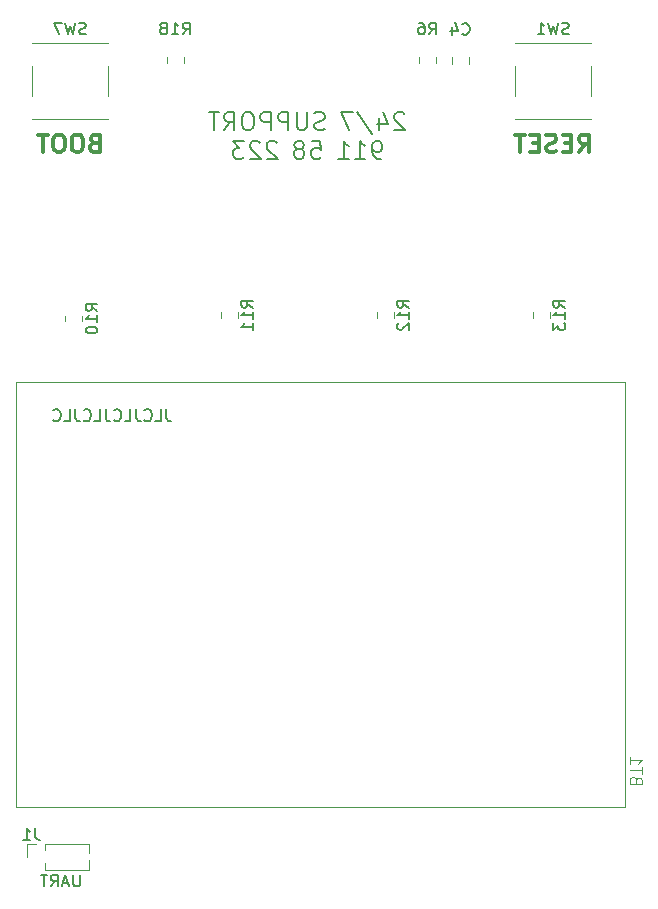
<source format=gbr>
%TF.GenerationSoftware,KiCad,Pcbnew,(7.0.0-0)*%
%TF.CreationDate,2023-11-13T22:50:32+01:00*%
%TF.ProjectId,ultimate-invitation-card,756c7469-6d61-4746-952d-696e76697461,rev?*%
%TF.SameCoordinates,Original*%
%TF.FileFunction,Legend,Bot*%
%TF.FilePolarity,Positive*%
%FSLAX46Y46*%
G04 Gerber Fmt 4.6, Leading zero omitted, Abs format (unit mm)*
G04 Created by KiCad (PCBNEW (7.0.0-0)) date 2023-11-13 22:50:32*
%MOMM*%
%LPD*%
G01*
G04 APERTURE LIST*
%ADD10C,0.300000*%
%ADD11C,0.150000*%
%ADD12C,0.100000*%
%ADD13C,0.120000*%
G04 APERTURE END LIST*
D10*
X113541714Y-67467857D02*
X113327428Y-67539285D01*
X113327428Y-67539285D02*
X113255999Y-67610714D01*
X113255999Y-67610714D02*
X113184571Y-67753571D01*
X113184571Y-67753571D02*
X113184571Y-67967857D01*
X113184571Y-67967857D02*
X113255999Y-68110714D01*
X113255999Y-68110714D02*
X113327428Y-68182142D01*
X113327428Y-68182142D02*
X113470285Y-68253571D01*
X113470285Y-68253571D02*
X114041714Y-68253571D01*
X114041714Y-68253571D02*
X114041714Y-66753571D01*
X114041714Y-66753571D02*
X113541714Y-66753571D01*
X113541714Y-66753571D02*
X113398857Y-66825000D01*
X113398857Y-66825000D02*
X113327428Y-66896428D01*
X113327428Y-66896428D02*
X113255999Y-67039285D01*
X113255999Y-67039285D02*
X113255999Y-67182142D01*
X113255999Y-67182142D02*
X113327428Y-67325000D01*
X113327428Y-67325000D02*
X113398857Y-67396428D01*
X113398857Y-67396428D02*
X113541714Y-67467857D01*
X113541714Y-67467857D02*
X114041714Y-67467857D01*
X112255999Y-66753571D02*
X111970285Y-66753571D01*
X111970285Y-66753571D02*
X111827428Y-66825000D01*
X111827428Y-66825000D02*
X111684571Y-66967857D01*
X111684571Y-66967857D02*
X111613142Y-67253571D01*
X111613142Y-67253571D02*
X111613142Y-67753571D01*
X111613142Y-67753571D02*
X111684571Y-68039285D01*
X111684571Y-68039285D02*
X111827428Y-68182142D01*
X111827428Y-68182142D02*
X111970285Y-68253571D01*
X111970285Y-68253571D02*
X112255999Y-68253571D01*
X112255999Y-68253571D02*
X112398857Y-68182142D01*
X112398857Y-68182142D02*
X112541714Y-68039285D01*
X112541714Y-68039285D02*
X112613142Y-67753571D01*
X112613142Y-67753571D02*
X112613142Y-67253571D01*
X112613142Y-67253571D02*
X112541714Y-66967857D01*
X112541714Y-66967857D02*
X112398857Y-66825000D01*
X112398857Y-66825000D02*
X112255999Y-66753571D01*
X110684570Y-66753571D02*
X110398856Y-66753571D01*
X110398856Y-66753571D02*
X110255999Y-66825000D01*
X110255999Y-66825000D02*
X110113142Y-66967857D01*
X110113142Y-66967857D02*
X110041713Y-67253571D01*
X110041713Y-67253571D02*
X110041713Y-67753571D01*
X110041713Y-67753571D02*
X110113142Y-68039285D01*
X110113142Y-68039285D02*
X110255999Y-68182142D01*
X110255999Y-68182142D02*
X110398856Y-68253571D01*
X110398856Y-68253571D02*
X110684570Y-68253571D01*
X110684570Y-68253571D02*
X110827428Y-68182142D01*
X110827428Y-68182142D02*
X110970285Y-68039285D01*
X110970285Y-68039285D02*
X111041713Y-67753571D01*
X111041713Y-67753571D02*
X111041713Y-67253571D01*
X111041713Y-67253571D02*
X110970285Y-66967857D01*
X110970285Y-66967857D02*
X110827428Y-66825000D01*
X110827428Y-66825000D02*
X110684570Y-66753571D01*
X109613141Y-66753571D02*
X108755999Y-66753571D01*
X109184570Y-68253571D02*
X109184570Y-66753571D01*
D11*
X139797399Y-65025228D02*
X139725971Y-64953800D01*
X139725971Y-64953800D02*
X139583114Y-64882371D01*
X139583114Y-64882371D02*
X139225971Y-64882371D01*
X139225971Y-64882371D02*
X139083114Y-64953800D01*
X139083114Y-64953800D02*
X139011685Y-65025228D01*
X139011685Y-65025228D02*
X138940256Y-65168085D01*
X138940256Y-65168085D02*
X138940256Y-65310942D01*
X138940256Y-65310942D02*
X139011685Y-65525228D01*
X139011685Y-65525228D02*
X139868828Y-66382371D01*
X139868828Y-66382371D02*
X138940256Y-66382371D01*
X137654543Y-65382371D02*
X137654543Y-66382371D01*
X138011685Y-64810942D02*
X138368828Y-65882371D01*
X138368828Y-65882371D02*
X137440257Y-65882371D01*
X135797400Y-64810942D02*
X137083114Y-66739514D01*
X135440257Y-64882371D02*
X134440257Y-64882371D01*
X134440257Y-64882371D02*
X135083114Y-66382371D01*
X133040257Y-66310942D02*
X132825972Y-66382371D01*
X132825972Y-66382371D02*
X132468829Y-66382371D01*
X132468829Y-66382371D02*
X132325972Y-66310942D01*
X132325972Y-66310942D02*
X132254543Y-66239514D01*
X132254543Y-66239514D02*
X132183114Y-66096657D01*
X132183114Y-66096657D02*
X132183114Y-65953800D01*
X132183114Y-65953800D02*
X132254543Y-65810942D01*
X132254543Y-65810942D02*
X132325972Y-65739514D01*
X132325972Y-65739514D02*
X132468829Y-65668085D01*
X132468829Y-65668085D02*
X132754543Y-65596657D01*
X132754543Y-65596657D02*
X132897400Y-65525228D01*
X132897400Y-65525228D02*
X132968829Y-65453800D01*
X132968829Y-65453800D02*
X133040257Y-65310942D01*
X133040257Y-65310942D02*
X133040257Y-65168085D01*
X133040257Y-65168085D02*
X132968829Y-65025228D01*
X132968829Y-65025228D02*
X132897400Y-64953800D01*
X132897400Y-64953800D02*
X132754543Y-64882371D01*
X132754543Y-64882371D02*
X132397400Y-64882371D01*
X132397400Y-64882371D02*
X132183114Y-64953800D01*
X131540258Y-64882371D02*
X131540258Y-66096657D01*
X131540258Y-66096657D02*
X131468829Y-66239514D01*
X131468829Y-66239514D02*
X131397401Y-66310942D01*
X131397401Y-66310942D02*
X131254543Y-66382371D01*
X131254543Y-66382371D02*
X130968829Y-66382371D01*
X130968829Y-66382371D02*
X130825972Y-66310942D01*
X130825972Y-66310942D02*
X130754543Y-66239514D01*
X130754543Y-66239514D02*
X130683115Y-66096657D01*
X130683115Y-66096657D02*
X130683115Y-64882371D01*
X129968829Y-66382371D02*
X129968829Y-64882371D01*
X129968829Y-64882371D02*
X129397400Y-64882371D01*
X129397400Y-64882371D02*
X129254543Y-64953800D01*
X129254543Y-64953800D02*
X129183114Y-65025228D01*
X129183114Y-65025228D02*
X129111686Y-65168085D01*
X129111686Y-65168085D02*
X129111686Y-65382371D01*
X129111686Y-65382371D02*
X129183114Y-65525228D01*
X129183114Y-65525228D02*
X129254543Y-65596657D01*
X129254543Y-65596657D02*
X129397400Y-65668085D01*
X129397400Y-65668085D02*
X129968829Y-65668085D01*
X128468829Y-66382371D02*
X128468829Y-64882371D01*
X128468829Y-64882371D02*
X127897400Y-64882371D01*
X127897400Y-64882371D02*
X127754543Y-64953800D01*
X127754543Y-64953800D02*
X127683114Y-65025228D01*
X127683114Y-65025228D02*
X127611686Y-65168085D01*
X127611686Y-65168085D02*
X127611686Y-65382371D01*
X127611686Y-65382371D02*
X127683114Y-65525228D01*
X127683114Y-65525228D02*
X127754543Y-65596657D01*
X127754543Y-65596657D02*
X127897400Y-65668085D01*
X127897400Y-65668085D02*
X128468829Y-65668085D01*
X126683114Y-64882371D02*
X126397400Y-64882371D01*
X126397400Y-64882371D02*
X126254543Y-64953800D01*
X126254543Y-64953800D02*
X126111686Y-65096657D01*
X126111686Y-65096657D02*
X126040257Y-65382371D01*
X126040257Y-65382371D02*
X126040257Y-65882371D01*
X126040257Y-65882371D02*
X126111686Y-66168085D01*
X126111686Y-66168085D02*
X126254543Y-66310942D01*
X126254543Y-66310942D02*
X126397400Y-66382371D01*
X126397400Y-66382371D02*
X126683114Y-66382371D01*
X126683114Y-66382371D02*
X126825972Y-66310942D01*
X126825972Y-66310942D02*
X126968829Y-66168085D01*
X126968829Y-66168085D02*
X127040257Y-65882371D01*
X127040257Y-65882371D02*
X127040257Y-65382371D01*
X127040257Y-65382371D02*
X126968829Y-65096657D01*
X126968829Y-65096657D02*
X126825972Y-64953800D01*
X126825972Y-64953800D02*
X126683114Y-64882371D01*
X124540257Y-66382371D02*
X125040257Y-65668085D01*
X125397400Y-66382371D02*
X125397400Y-64882371D01*
X125397400Y-64882371D02*
X124825971Y-64882371D01*
X124825971Y-64882371D02*
X124683114Y-64953800D01*
X124683114Y-64953800D02*
X124611685Y-65025228D01*
X124611685Y-65025228D02*
X124540257Y-65168085D01*
X124540257Y-65168085D02*
X124540257Y-65382371D01*
X124540257Y-65382371D02*
X124611685Y-65525228D01*
X124611685Y-65525228D02*
X124683114Y-65596657D01*
X124683114Y-65596657D02*
X124825971Y-65668085D01*
X124825971Y-65668085D02*
X125397400Y-65668085D01*
X124111685Y-64882371D02*
X123254543Y-64882371D01*
X123683114Y-66382371D02*
X123683114Y-64882371D01*
X137783112Y-68812371D02*
X137497398Y-68812371D01*
X137497398Y-68812371D02*
X137354541Y-68740942D01*
X137354541Y-68740942D02*
X137283112Y-68669514D01*
X137283112Y-68669514D02*
X137140255Y-68455228D01*
X137140255Y-68455228D02*
X137068826Y-68169514D01*
X137068826Y-68169514D02*
X137068826Y-67598085D01*
X137068826Y-67598085D02*
X137140255Y-67455228D01*
X137140255Y-67455228D02*
X137211684Y-67383800D01*
X137211684Y-67383800D02*
X137354541Y-67312371D01*
X137354541Y-67312371D02*
X137640255Y-67312371D01*
X137640255Y-67312371D02*
X137783112Y-67383800D01*
X137783112Y-67383800D02*
X137854541Y-67455228D01*
X137854541Y-67455228D02*
X137925969Y-67598085D01*
X137925969Y-67598085D02*
X137925969Y-67955228D01*
X137925969Y-67955228D02*
X137854541Y-68098085D01*
X137854541Y-68098085D02*
X137783112Y-68169514D01*
X137783112Y-68169514D02*
X137640255Y-68240942D01*
X137640255Y-68240942D02*
X137354541Y-68240942D01*
X137354541Y-68240942D02*
X137211684Y-68169514D01*
X137211684Y-68169514D02*
X137140255Y-68098085D01*
X137140255Y-68098085D02*
X137068826Y-67955228D01*
X135640255Y-68812371D02*
X136497398Y-68812371D01*
X136068827Y-68812371D02*
X136068827Y-67312371D01*
X136068827Y-67312371D02*
X136211684Y-67526657D01*
X136211684Y-67526657D02*
X136354541Y-67669514D01*
X136354541Y-67669514D02*
X136497398Y-67740942D01*
X134211684Y-68812371D02*
X135068827Y-68812371D01*
X134640256Y-68812371D02*
X134640256Y-67312371D01*
X134640256Y-67312371D02*
X134783113Y-67526657D01*
X134783113Y-67526657D02*
X134925970Y-67669514D01*
X134925970Y-67669514D02*
X135068827Y-67740942D01*
X131954542Y-67312371D02*
X132668828Y-67312371D01*
X132668828Y-67312371D02*
X132740256Y-68026657D01*
X132740256Y-68026657D02*
X132668828Y-67955228D01*
X132668828Y-67955228D02*
X132525971Y-67883800D01*
X132525971Y-67883800D02*
X132168828Y-67883800D01*
X132168828Y-67883800D02*
X132025971Y-67955228D01*
X132025971Y-67955228D02*
X131954542Y-68026657D01*
X131954542Y-68026657D02*
X131883113Y-68169514D01*
X131883113Y-68169514D02*
X131883113Y-68526657D01*
X131883113Y-68526657D02*
X131954542Y-68669514D01*
X131954542Y-68669514D02*
X132025971Y-68740942D01*
X132025971Y-68740942D02*
X132168828Y-68812371D01*
X132168828Y-68812371D02*
X132525971Y-68812371D01*
X132525971Y-68812371D02*
X132668828Y-68740942D01*
X132668828Y-68740942D02*
X132740256Y-68669514D01*
X131025971Y-67955228D02*
X131168828Y-67883800D01*
X131168828Y-67883800D02*
X131240257Y-67812371D01*
X131240257Y-67812371D02*
X131311685Y-67669514D01*
X131311685Y-67669514D02*
X131311685Y-67598085D01*
X131311685Y-67598085D02*
X131240257Y-67455228D01*
X131240257Y-67455228D02*
X131168828Y-67383800D01*
X131168828Y-67383800D02*
X131025971Y-67312371D01*
X131025971Y-67312371D02*
X130740257Y-67312371D01*
X130740257Y-67312371D02*
X130597400Y-67383800D01*
X130597400Y-67383800D02*
X130525971Y-67455228D01*
X130525971Y-67455228D02*
X130454542Y-67598085D01*
X130454542Y-67598085D02*
X130454542Y-67669514D01*
X130454542Y-67669514D02*
X130525971Y-67812371D01*
X130525971Y-67812371D02*
X130597400Y-67883800D01*
X130597400Y-67883800D02*
X130740257Y-67955228D01*
X130740257Y-67955228D02*
X131025971Y-67955228D01*
X131025971Y-67955228D02*
X131168828Y-68026657D01*
X131168828Y-68026657D02*
X131240257Y-68098085D01*
X131240257Y-68098085D02*
X131311685Y-68240942D01*
X131311685Y-68240942D02*
X131311685Y-68526657D01*
X131311685Y-68526657D02*
X131240257Y-68669514D01*
X131240257Y-68669514D02*
X131168828Y-68740942D01*
X131168828Y-68740942D02*
X131025971Y-68812371D01*
X131025971Y-68812371D02*
X130740257Y-68812371D01*
X130740257Y-68812371D02*
X130597400Y-68740942D01*
X130597400Y-68740942D02*
X130525971Y-68669514D01*
X130525971Y-68669514D02*
X130454542Y-68526657D01*
X130454542Y-68526657D02*
X130454542Y-68240942D01*
X130454542Y-68240942D02*
X130525971Y-68098085D01*
X130525971Y-68098085D02*
X130597400Y-68026657D01*
X130597400Y-68026657D02*
X130740257Y-67955228D01*
X128983114Y-67455228D02*
X128911686Y-67383800D01*
X128911686Y-67383800D02*
X128768829Y-67312371D01*
X128768829Y-67312371D02*
X128411686Y-67312371D01*
X128411686Y-67312371D02*
X128268829Y-67383800D01*
X128268829Y-67383800D02*
X128197400Y-67455228D01*
X128197400Y-67455228D02*
X128125971Y-67598085D01*
X128125971Y-67598085D02*
X128125971Y-67740942D01*
X128125971Y-67740942D02*
X128197400Y-67955228D01*
X128197400Y-67955228D02*
X129054543Y-68812371D01*
X129054543Y-68812371D02*
X128125971Y-68812371D01*
X127554543Y-67455228D02*
X127483115Y-67383800D01*
X127483115Y-67383800D02*
X127340258Y-67312371D01*
X127340258Y-67312371D02*
X126983115Y-67312371D01*
X126983115Y-67312371D02*
X126840258Y-67383800D01*
X126840258Y-67383800D02*
X126768829Y-67455228D01*
X126768829Y-67455228D02*
X126697400Y-67598085D01*
X126697400Y-67598085D02*
X126697400Y-67740942D01*
X126697400Y-67740942D02*
X126768829Y-67955228D01*
X126768829Y-67955228D02*
X127625972Y-68812371D01*
X127625972Y-68812371D02*
X126697400Y-68812371D01*
X126197401Y-67312371D02*
X125268829Y-67312371D01*
X125268829Y-67312371D02*
X125768829Y-67883800D01*
X125768829Y-67883800D02*
X125554544Y-67883800D01*
X125554544Y-67883800D02*
X125411687Y-67955228D01*
X125411687Y-67955228D02*
X125340258Y-68026657D01*
X125340258Y-68026657D02*
X125268829Y-68169514D01*
X125268829Y-68169514D02*
X125268829Y-68526657D01*
X125268829Y-68526657D02*
X125340258Y-68669514D01*
X125340258Y-68669514D02*
X125411687Y-68740942D01*
X125411687Y-68740942D02*
X125554544Y-68812371D01*
X125554544Y-68812371D02*
X125983115Y-68812371D01*
X125983115Y-68812371D02*
X126125972Y-68740942D01*
X126125972Y-68740942D02*
X126197401Y-68669514D01*
X119643590Y-90019180D02*
X119643590Y-90733466D01*
X119643590Y-90733466D02*
X119691209Y-90876323D01*
X119691209Y-90876323D02*
X119786447Y-90971561D01*
X119786447Y-90971561D02*
X119929304Y-91019180D01*
X119929304Y-91019180D02*
X120024542Y-91019180D01*
X118691209Y-91019180D02*
X119167399Y-91019180D01*
X119167399Y-91019180D02*
X119167399Y-90019180D01*
X117786447Y-90923942D02*
X117834066Y-90971561D01*
X117834066Y-90971561D02*
X117976923Y-91019180D01*
X117976923Y-91019180D02*
X118072161Y-91019180D01*
X118072161Y-91019180D02*
X118215018Y-90971561D01*
X118215018Y-90971561D02*
X118310256Y-90876323D01*
X118310256Y-90876323D02*
X118357875Y-90781085D01*
X118357875Y-90781085D02*
X118405494Y-90590609D01*
X118405494Y-90590609D02*
X118405494Y-90447752D01*
X118405494Y-90447752D02*
X118357875Y-90257276D01*
X118357875Y-90257276D02*
X118310256Y-90162038D01*
X118310256Y-90162038D02*
X118215018Y-90066800D01*
X118215018Y-90066800D02*
X118072161Y-90019180D01*
X118072161Y-90019180D02*
X117976923Y-90019180D01*
X117976923Y-90019180D02*
X117834066Y-90066800D01*
X117834066Y-90066800D02*
X117786447Y-90114419D01*
X117072161Y-90019180D02*
X117072161Y-90733466D01*
X117072161Y-90733466D02*
X117119780Y-90876323D01*
X117119780Y-90876323D02*
X117215018Y-90971561D01*
X117215018Y-90971561D02*
X117357875Y-91019180D01*
X117357875Y-91019180D02*
X117453113Y-91019180D01*
X116119780Y-91019180D02*
X116595970Y-91019180D01*
X116595970Y-91019180D02*
X116595970Y-90019180D01*
X115215018Y-90923942D02*
X115262637Y-90971561D01*
X115262637Y-90971561D02*
X115405494Y-91019180D01*
X115405494Y-91019180D02*
X115500732Y-91019180D01*
X115500732Y-91019180D02*
X115643589Y-90971561D01*
X115643589Y-90971561D02*
X115738827Y-90876323D01*
X115738827Y-90876323D02*
X115786446Y-90781085D01*
X115786446Y-90781085D02*
X115834065Y-90590609D01*
X115834065Y-90590609D02*
X115834065Y-90447752D01*
X115834065Y-90447752D02*
X115786446Y-90257276D01*
X115786446Y-90257276D02*
X115738827Y-90162038D01*
X115738827Y-90162038D02*
X115643589Y-90066800D01*
X115643589Y-90066800D02*
X115500732Y-90019180D01*
X115500732Y-90019180D02*
X115405494Y-90019180D01*
X115405494Y-90019180D02*
X115262637Y-90066800D01*
X115262637Y-90066800D02*
X115215018Y-90114419D01*
X114500732Y-90019180D02*
X114500732Y-90733466D01*
X114500732Y-90733466D02*
X114548351Y-90876323D01*
X114548351Y-90876323D02*
X114643589Y-90971561D01*
X114643589Y-90971561D02*
X114786446Y-91019180D01*
X114786446Y-91019180D02*
X114881684Y-91019180D01*
X113548351Y-91019180D02*
X114024541Y-91019180D01*
X114024541Y-91019180D02*
X114024541Y-90019180D01*
X112643589Y-90923942D02*
X112691208Y-90971561D01*
X112691208Y-90971561D02*
X112834065Y-91019180D01*
X112834065Y-91019180D02*
X112929303Y-91019180D01*
X112929303Y-91019180D02*
X113072160Y-90971561D01*
X113072160Y-90971561D02*
X113167398Y-90876323D01*
X113167398Y-90876323D02*
X113215017Y-90781085D01*
X113215017Y-90781085D02*
X113262636Y-90590609D01*
X113262636Y-90590609D02*
X113262636Y-90447752D01*
X113262636Y-90447752D02*
X113215017Y-90257276D01*
X113215017Y-90257276D02*
X113167398Y-90162038D01*
X113167398Y-90162038D02*
X113072160Y-90066800D01*
X113072160Y-90066800D02*
X112929303Y-90019180D01*
X112929303Y-90019180D02*
X112834065Y-90019180D01*
X112834065Y-90019180D02*
X112691208Y-90066800D01*
X112691208Y-90066800D02*
X112643589Y-90114419D01*
X111929303Y-90019180D02*
X111929303Y-90733466D01*
X111929303Y-90733466D02*
X111976922Y-90876323D01*
X111976922Y-90876323D02*
X112072160Y-90971561D01*
X112072160Y-90971561D02*
X112215017Y-91019180D01*
X112215017Y-91019180D02*
X112310255Y-91019180D01*
X110976922Y-91019180D02*
X111453112Y-91019180D01*
X111453112Y-91019180D02*
X111453112Y-90019180D01*
X110072160Y-90923942D02*
X110119779Y-90971561D01*
X110119779Y-90971561D02*
X110262636Y-91019180D01*
X110262636Y-91019180D02*
X110357874Y-91019180D01*
X110357874Y-91019180D02*
X110500731Y-90971561D01*
X110500731Y-90971561D02*
X110595969Y-90876323D01*
X110595969Y-90876323D02*
X110643588Y-90781085D01*
X110643588Y-90781085D02*
X110691207Y-90590609D01*
X110691207Y-90590609D02*
X110691207Y-90447752D01*
X110691207Y-90447752D02*
X110643588Y-90257276D01*
X110643588Y-90257276D02*
X110595969Y-90162038D01*
X110595969Y-90162038D02*
X110500731Y-90066800D01*
X110500731Y-90066800D02*
X110357874Y-90019180D01*
X110357874Y-90019180D02*
X110262636Y-90019180D01*
X110262636Y-90019180D02*
X110119779Y-90066800D01*
X110119779Y-90066800D02*
X110072160Y-90114419D01*
D10*
X154578571Y-68253571D02*
X155078571Y-67539285D01*
X155435714Y-68253571D02*
X155435714Y-66753571D01*
X155435714Y-66753571D02*
X154864285Y-66753571D01*
X154864285Y-66753571D02*
X154721428Y-66825000D01*
X154721428Y-66825000D02*
X154649999Y-66896428D01*
X154649999Y-66896428D02*
X154578571Y-67039285D01*
X154578571Y-67039285D02*
X154578571Y-67253571D01*
X154578571Y-67253571D02*
X154649999Y-67396428D01*
X154649999Y-67396428D02*
X154721428Y-67467857D01*
X154721428Y-67467857D02*
X154864285Y-67539285D01*
X154864285Y-67539285D02*
X155435714Y-67539285D01*
X153935714Y-67467857D02*
X153435714Y-67467857D01*
X153221428Y-68253571D02*
X153935714Y-68253571D01*
X153935714Y-68253571D02*
X153935714Y-66753571D01*
X153935714Y-66753571D02*
X153221428Y-66753571D01*
X152649999Y-68182142D02*
X152435714Y-68253571D01*
X152435714Y-68253571D02*
X152078571Y-68253571D01*
X152078571Y-68253571D02*
X151935714Y-68182142D01*
X151935714Y-68182142D02*
X151864285Y-68110714D01*
X151864285Y-68110714D02*
X151792856Y-67967857D01*
X151792856Y-67967857D02*
X151792856Y-67825000D01*
X151792856Y-67825000D02*
X151864285Y-67682142D01*
X151864285Y-67682142D02*
X151935714Y-67610714D01*
X151935714Y-67610714D02*
X152078571Y-67539285D01*
X152078571Y-67539285D02*
X152364285Y-67467857D01*
X152364285Y-67467857D02*
X152507142Y-67396428D01*
X152507142Y-67396428D02*
X152578571Y-67325000D01*
X152578571Y-67325000D02*
X152649999Y-67182142D01*
X152649999Y-67182142D02*
X152649999Y-67039285D01*
X152649999Y-67039285D02*
X152578571Y-66896428D01*
X152578571Y-66896428D02*
X152507142Y-66825000D01*
X152507142Y-66825000D02*
X152364285Y-66753571D01*
X152364285Y-66753571D02*
X152007142Y-66753571D01*
X152007142Y-66753571D02*
X151792856Y-66825000D01*
X151150000Y-67467857D02*
X150650000Y-67467857D01*
X150435714Y-68253571D02*
X151150000Y-68253571D01*
X151150000Y-68253571D02*
X151150000Y-66753571D01*
X151150000Y-66753571D02*
X150435714Y-66753571D01*
X150007142Y-66753571D02*
X149150000Y-66753571D01*
X149578571Y-68253571D02*
X149578571Y-66753571D01*
D11*
%TO.C,SW2*%
X112339237Y-129415380D02*
X112339237Y-130224904D01*
X112339237Y-130224904D02*
X112291618Y-130320142D01*
X112291618Y-130320142D02*
X112243999Y-130367761D01*
X112243999Y-130367761D02*
X112148761Y-130415380D01*
X112148761Y-130415380D02*
X111958285Y-130415380D01*
X111958285Y-130415380D02*
X111863047Y-130367761D01*
X111863047Y-130367761D02*
X111815428Y-130320142D01*
X111815428Y-130320142D02*
X111767809Y-130224904D01*
X111767809Y-130224904D02*
X111767809Y-129415380D01*
X111339237Y-130129666D02*
X110863047Y-130129666D01*
X111434475Y-130415380D02*
X111101142Y-129415380D01*
X111101142Y-129415380D02*
X110767809Y-130415380D01*
X109863047Y-130415380D02*
X110196380Y-129939190D01*
X110434475Y-130415380D02*
X110434475Y-129415380D01*
X110434475Y-129415380D02*
X110053523Y-129415380D01*
X110053523Y-129415380D02*
X109958285Y-129463000D01*
X109958285Y-129463000D02*
X109910666Y-129510619D01*
X109910666Y-129510619D02*
X109863047Y-129605857D01*
X109863047Y-129605857D02*
X109863047Y-129748714D01*
X109863047Y-129748714D02*
X109910666Y-129843952D01*
X109910666Y-129843952D02*
X109958285Y-129891571D01*
X109958285Y-129891571D02*
X110053523Y-129939190D01*
X110053523Y-129939190D02*
X110434475Y-129939190D01*
X109577332Y-129415380D02*
X109005904Y-129415380D01*
X109291618Y-130415380D02*
X109291618Y-129415380D01*
%TO.C,J1*%
X108537333Y-125478380D02*
X108537333Y-126192666D01*
X108537333Y-126192666D02*
X108584952Y-126335523D01*
X108584952Y-126335523D02*
X108680190Y-126430761D01*
X108680190Y-126430761D02*
X108823047Y-126478380D01*
X108823047Y-126478380D02*
X108918285Y-126478380D01*
X107537333Y-126478380D02*
X108108761Y-126478380D01*
X107823047Y-126478380D02*
X107823047Y-125478380D01*
X107823047Y-125478380D02*
X107918285Y-125621238D01*
X107918285Y-125621238D02*
X108013523Y-125716476D01*
X108013523Y-125716476D02*
X108108761Y-125764095D01*
%TO.C,R11*%
X126985380Y-81399142D02*
X126509190Y-81065809D01*
X126985380Y-80827714D02*
X125985380Y-80827714D01*
X125985380Y-80827714D02*
X125985380Y-81208666D01*
X125985380Y-81208666D02*
X126033000Y-81303904D01*
X126033000Y-81303904D02*
X126080619Y-81351523D01*
X126080619Y-81351523D02*
X126175857Y-81399142D01*
X126175857Y-81399142D02*
X126318714Y-81399142D01*
X126318714Y-81399142D02*
X126413952Y-81351523D01*
X126413952Y-81351523D02*
X126461571Y-81303904D01*
X126461571Y-81303904D02*
X126509190Y-81208666D01*
X126509190Y-81208666D02*
X126509190Y-80827714D01*
X126985380Y-82351523D02*
X126985380Y-81780095D01*
X126985380Y-82065809D02*
X125985380Y-82065809D01*
X125985380Y-82065809D02*
X126128238Y-81970571D01*
X126128238Y-81970571D02*
X126223476Y-81875333D01*
X126223476Y-81875333D02*
X126271095Y-81780095D01*
X126985380Y-83303904D02*
X126985380Y-82732476D01*
X126985380Y-83018190D02*
X125985380Y-83018190D01*
X125985380Y-83018190D02*
X126128238Y-82922952D01*
X126128238Y-82922952D02*
X126223476Y-82827714D01*
X126223476Y-82827714D02*
X126271095Y-82732476D01*
%TO.C,SW7*%
X112839332Y-58231761D02*
X112696475Y-58279380D01*
X112696475Y-58279380D02*
X112458380Y-58279380D01*
X112458380Y-58279380D02*
X112363142Y-58231761D01*
X112363142Y-58231761D02*
X112315523Y-58184142D01*
X112315523Y-58184142D02*
X112267904Y-58088904D01*
X112267904Y-58088904D02*
X112267904Y-57993666D01*
X112267904Y-57993666D02*
X112315523Y-57898428D01*
X112315523Y-57898428D02*
X112363142Y-57850809D01*
X112363142Y-57850809D02*
X112458380Y-57803190D01*
X112458380Y-57803190D02*
X112648856Y-57755571D01*
X112648856Y-57755571D02*
X112744094Y-57707952D01*
X112744094Y-57707952D02*
X112791713Y-57660333D01*
X112791713Y-57660333D02*
X112839332Y-57565095D01*
X112839332Y-57565095D02*
X112839332Y-57469857D01*
X112839332Y-57469857D02*
X112791713Y-57374619D01*
X112791713Y-57374619D02*
X112744094Y-57327000D01*
X112744094Y-57327000D02*
X112648856Y-57279380D01*
X112648856Y-57279380D02*
X112410761Y-57279380D01*
X112410761Y-57279380D02*
X112267904Y-57327000D01*
X111934570Y-57279380D02*
X111696475Y-58279380D01*
X111696475Y-58279380D02*
X111505999Y-57565095D01*
X111505999Y-57565095D02*
X111315523Y-58279380D01*
X111315523Y-58279380D02*
X111077428Y-57279380D01*
X110791713Y-57279380D02*
X110125047Y-57279380D01*
X110125047Y-57279380D02*
X110553618Y-58279380D01*
%TO.C,R6*%
X141898666Y-58279380D02*
X142231999Y-57803190D01*
X142470094Y-58279380D02*
X142470094Y-57279380D01*
X142470094Y-57279380D02*
X142089142Y-57279380D01*
X142089142Y-57279380D02*
X141993904Y-57327000D01*
X141993904Y-57327000D02*
X141946285Y-57374619D01*
X141946285Y-57374619D02*
X141898666Y-57469857D01*
X141898666Y-57469857D02*
X141898666Y-57612714D01*
X141898666Y-57612714D02*
X141946285Y-57707952D01*
X141946285Y-57707952D02*
X141993904Y-57755571D01*
X141993904Y-57755571D02*
X142089142Y-57803190D01*
X142089142Y-57803190D02*
X142470094Y-57803190D01*
X141041523Y-57279380D02*
X141231999Y-57279380D01*
X141231999Y-57279380D02*
X141327237Y-57327000D01*
X141327237Y-57327000D02*
X141374856Y-57374619D01*
X141374856Y-57374619D02*
X141470094Y-57517476D01*
X141470094Y-57517476D02*
X141517713Y-57707952D01*
X141517713Y-57707952D02*
X141517713Y-58088904D01*
X141517713Y-58088904D02*
X141470094Y-58184142D01*
X141470094Y-58184142D02*
X141422475Y-58231761D01*
X141422475Y-58231761D02*
X141327237Y-58279380D01*
X141327237Y-58279380D02*
X141136761Y-58279380D01*
X141136761Y-58279380D02*
X141041523Y-58231761D01*
X141041523Y-58231761D02*
X140993904Y-58184142D01*
X140993904Y-58184142D02*
X140946285Y-58088904D01*
X140946285Y-58088904D02*
X140946285Y-57850809D01*
X140946285Y-57850809D02*
X140993904Y-57755571D01*
X140993904Y-57755571D02*
X141041523Y-57707952D01*
X141041523Y-57707952D02*
X141136761Y-57660333D01*
X141136761Y-57660333D02*
X141327237Y-57660333D01*
X141327237Y-57660333D02*
X141422475Y-57707952D01*
X141422475Y-57707952D02*
X141470094Y-57755571D01*
X141470094Y-57755571D02*
X141517713Y-57850809D01*
%TO.C,R10*%
X113799380Y-81689142D02*
X113323190Y-81355809D01*
X113799380Y-81117714D02*
X112799380Y-81117714D01*
X112799380Y-81117714D02*
X112799380Y-81498666D01*
X112799380Y-81498666D02*
X112847000Y-81593904D01*
X112847000Y-81593904D02*
X112894619Y-81641523D01*
X112894619Y-81641523D02*
X112989857Y-81689142D01*
X112989857Y-81689142D02*
X113132714Y-81689142D01*
X113132714Y-81689142D02*
X113227952Y-81641523D01*
X113227952Y-81641523D02*
X113275571Y-81593904D01*
X113275571Y-81593904D02*
X113323190Y-81498666D01*
X113323190Y-81498666D02*
X113323190Y-81117714D01*
X113799380Y-82641523D02*
X113799380Y-82070095D01*
X113799380Y-82355809D02*
X112799380Y-82355809D01*
X112799380Y-82355809D02*
X112942238Y-82260571D01*
X112942238Y-82260571D02*
X113037476Y-82165333D01*
X113037476Y-82165333D02*
X113085095Y-82070095D01*
X112799380Y-83260571D02*
X112799380Y-83355809D01*
X112799380Y-83355809D02*
X112847000Y-83451047D01*
X112847000Y-83451047D02*
X112894619Y-83498666D01*
X112894619Y-83498666D02*
X112989857Y-83546285D01*
X112989857Y-83546285D02*
X113180333Y-83593904D01*
X113180333Y-83593904D02*
X113418428Y-83593904D01*
X113418428Y-83593904D02*
X113608904Y-83546285D01*
X113608904Y-83546285D02*
X113704142Y-83498666D01*
X113704142Y-83498666D02*
X113751761Y-83451047D01*
X113751761Y-83451047D02*
X113799380Y-83355809D01*
X113799380Y-83355809D02*
X113799380Y-83260571D01*
X113799380Y-83260571D02*
X113751761Y-83165333D01*
X113751761Y-83165333D02*
X113704142Y-83117714D01*
X113704142Y-83117714D02*
X113608904Y-83070095D01*
X113608904Y-83070095D02*
X113418428Y-83022476D01*
X113418428Y-83022476D02*
X113180333Y-83022476D01*
X113180333Y-83022476D02*
X112989857Y-83070095D01*
X112989857Y-83070095D02*
X112894619Y-83117714D01*
X112894619Y-83117714D02*
X112847000Y-83165333D01*
X112847000Y-83165333D02*
X112799380Y-83260571D01*
%TO.C,R13*%
X153401380Y-81399142D02*
X152925190Y-81065809D01*
X153401380Y-80827714D02*
X152401380Y-80827714D01*
X152401380Y-80827714D02*
X152401380Y-81208666D01*
X152401380Y-81208666D02*
X152449000Y-81303904D01*
X152449000Y-81303904D02*
X152496619Y-81351523D01*
X152496619Y-81351523D02*
X152591857Y-81399142D01*
X152591857Y-81399142D02*
X152734714Y-81399142D01*
X152734714Y-81399142D02*
X152829952Y-81351523D01*
X152829952Y-81351523D02*
X152877571Y-81303904D01*
X152877571Y-81303904D02*
X152925190Y-81208666D01*
X152925190Y-81208666D02*
X152925190Y-80827714D01*
X153401380Y-82351523D02*
X153401380Y-81780095D01*
X153401380Y-82065809D02*
X152401380Y-82065809D01*
X152401380Y-82065809D02*
X152544238Y-81970571D01*
X152544238Y-81970571D02*
X152639476Y-81875333D01*
X152639476Y-81875333D02*
X152687095Y-81780095D01*
X152401380Y-82684857D02*
X152401380Y-83303904D01*
X152401380Y-83303904D02*
X152782333Y-82970571D01*
X152782333Y-82970571D02*
X152782333Y-83113428D01*
X152782333Y-83113428D02*
X152829952Y-83208666D01*
X152829952Y-83208666D02*
X152877571Y-83256285D01*
X152877571Y-83256285D02*
X152972809Y-83303904D01*
X152972809Y-83303904D02*
X153210904Y-83303904D01*
X153210904Y-83303904D02*
X153306142Y-83256285D01*
X153306142Y-83256285D02*
X153353761Y-83208666D01*
X153353761Y-83208666D02*
X153401380Y-83113428D01*
X153401380Y-83113428D02*
X153401380Y-82827714D01*
X153401380Y-82827714D02*
X153353761Y-82732476D01*
X153353761Y-82732476D02*
X153306142Y-82684857D01*
%TO.C,SW1*%
X153733332Y-58231761D02*
X153590475Y-58279380D01*
X153590475Y-58279380D02*
X153352380Y-58279380D01*
X153352380Y-58279380D02*
X153257142Y-58231761D01*
X153257142Y-58231761D02*
X153209523Y-58184142D01*
X153209523Y-58184142D02*
X153161904Y-58088904D01*
X153161904Y-58088904D02*
X153161904Y-57993666D01*
X153161904Y-57993666D02*
X153209523Y-57898428D01*
X153209523Y-57898428D02*
X153257142Y-57850809D01*
X153257142Y-57850809D02*
X153352380Y-57803190D01*
X153352380Y-57803190D02*
X153542856Y-57755571D01*
X153542856Y-57755571D02*
X153638094Y-57707952D01*
X153638094Y-57707952D02*
X153685713Y-57660333D01*
X153685713Y-57660333D02*
X153733332Y-57565095D01*
X153733332Y-57565095D02*
X153733332Y-57469857D01*
X153733332Y-57469857D02*
X153685713Y-57374619D01*
X153685713Y-57374619D02*
X153638094Y-57327000D01*
X153638094Y-57327000D02*
X153542856Y-57279380D01*
X153542856Y-57279380D02*
X153304761Y-57279380D01*
X153304761Y-57279380D02*
X153161904Y-57327000D01*
X152828570Y-57279380D02*
X152590475Y-58279380D01*
X152590475Y-58279380D02*
X152399999Y-57565095D01*
X152399999Y-57565095D02*
X152209523Y-58279380D01*
X152209523Y-58279380D02*
X151971428Y-57279380D01*
X151066666Y-58279380D02*
X151638094Y-58279380D01*
X151352380Y-58279380D02*
X151352380Y-57279380D01*
X151352380Y-57279380D02*
X151447618Y-57422238D01*
X151447618Y-57422238D02*
X151542856Y-57517476D01*
X151542856Y-57517476D02*
X151638094Y-57565095D01*
%TO.C,R18*%
X121038857Y-58279380D02*
X121372190Y-57803190D01*
X121610285Y-58279380D02*
X121610285Y-57279380D01*
X121610285Y-57279380D02*
X121229333Y-57279380D01*
X121229333Y-57279380D02*
X121134095Y-57327000D01*
X121134095Y-57327000D02*
X121086476Y-57374619D01*
X121086476Y-57374619D02*
X121038857Y-57469857D01*
X121038857Y-57469857D02*
X121038857Y-57612714D01*
X121038857Y-57612714D02*
X121086476Y-57707952D01*
X121086476Y-57707952D02*
X121134095Y-57755571D01*
X121134095Y-57755571D02*
X121229333Y-57803190D01*
X121229333Y-57803190D02*
X121610285Y-57803190D01*
X120086476Y-58279380D02*
X120657904Y-58279380D01*
X120372190Y-58279380D02*
X120372190Y-57279380D01*
X120372190Y-57279380D02*
X120467428Y-57422238D01*
X120467428Y-57422238D02*
X120562666Y-57517476D01*
X120562666Y-57517476D02*
X120657904Y-57565095D01*
X119515047Y-57707952D02*
X119610285Y-57660333D01*
X119610285Y-57660333D02*
X119657904Y-57612714D01*
X119657904Y-57612714D02*
X119705523Y-57517476D01*
X119705523Y-57517476D02*
X119705523Y-57469857D01*
X119705523Y-57469857D02*
X119657904Y-57374619D01*
X119657904Y-57374619D02*
X119610285Y-57327000D01*
X119610285Y-57327000D02*
X119515047Y-57279380D01*
X119515047Y-57279380D02*
X119324571Y-57279380D01*
X119324571Y-57279380D02*
X119229333Y-57327000D01*
X119229333Y-57327000D02*
X119181714Y-57374619D01*
X119181714Y-57374619D02*
X119134095Y-57469857D01*
X119134095Y-57469857D02*
X119134095Y-57517476D01*
X119134095Y-57517476D02*
X119181714Y-57612714D01*
X119181714Y-57612714D02*
X119229333Y-57660333D01*
X119229333Y-57660333D02*
X119324571Y-57707952D01*
X119324571Y-57707952D02*
X119515047Y-57707952D01*
X119515047Y-57707952D02*
X119610285Y-57755571D01*
X119610285Y-57755571D02*
X119657904Y-57803190D01*
X119657904Y-57803190D02*
X119705523Y-57898428D01*
X119705523Y-57898428D02*
X119705523Y-58088904D01*
X119705523Y-58088904D02*
X119657904Y-58184142D01*
X119657904Y-58184142D02*
X119610285Y-58231761D01*
X119610285Y-58231761D02*
X119515047Y-58279380D01*
X119515047Y-58279380D02*
X119324571Y-58279380D01*
X119324571Y-58279380D02*
X119229333Y-58231761D01*
X119229333Y-58231761D02*
X119181714Y-58184142D01*
X119181714Y-58184142D02*
X119134095Y-58088904D01*
X119134095Y-58088904D02*
X119134095Y-57898428D01*
X119134095Y-57898428D02*
X119181714Y-57803190D01*
X119181714Y-57803190D02*
X119229333Y-57755571D01*
X119229333Y-57755571D02*
X119324571Y-57707952D01*
%TO.C,C4*%
X144692666Y-58209542D02*
X144740285Y-58257161D01*
X144740285Y-58257161D02*
X144883142Y-58304780D01*
X144883142Y-58304780D02*
X144978380Y-58304780D01*
X144978380Y-58304780D02*
X145121237Y-58257161D01*
X145121237Y-58257161D02*
X145216475Y-58161923D01*
X145216475Y-58161923D02*
X145264094Y-58066685D01*
X145264094Y-58066685D02*
X145311713Y-57876209D01*
X145311713Y-57876209D02*
X145311713Y-57733352D01*
X145311713Y-57733352D02*
X145264094Y-57542876D01*
X145264094Y-57542876D02*
X145216475Y-57447638D01*
X145216475Y-57447638D02*
X145121237Y-57352400D01*
X145121237Y-57352400D02*
X144978380Y-57304780D01*
X144978380Y-57304780D02*
X144883142Y-57304780D01*
X144883142Y-57304780D02*
X144740285Y-57352400D01*
X144740285Y-57352400D02*
X144692666Y-57400019D01*
X143835523Y-57638114D02*
X143835523Y-58304780D01*
X144073618Y-57257161D02*
X144311713Y-57971447D01*
X144311713Y-57971447D02*
X143692666Y-57971447D01*
D12*
%TO.C,BT1*%
X159414428Y-121397614D02*
X159366809Y-121254757D01*
X159366809Y-121254757D02*
X159319190Y-121207138D01*
X159319190Y-121207138D02*
X159223952Y-121159519D01*
X159223952Y-121159519D02*
X159081095Y-121159519D01*
X159081095Y-121159519D02*
X158985857Y-121207138D01*
X158985857Y-121207138D02*
X158938238Y-121254757D01*
X158938238Y-121254757D02*
X158890619Y-121349995D01*
X158890619Y-121349995D02*
X158890619Y-121730947D01*
X158890619Y-121730947D02*
X159890619Y-121730947D01*
X159890619Y-121730947D02*
X159890619Y-121397614D01*
X159890619Y-121397614D02*
X159843000Y-121302376D01*
X159843000Y-121302376D02*
X159795380Y-121254757D01*
X159795380Y-121254757D02*
X159700142Y-121207138D01*
X159700142Y-121207138D02*
X159604904Y-121207138D01*
X159604904Y-121207138D02*
X159509666Y-121254757D01*
X159509666Y-121254757D02*
X159462047Y-121302376D01*
X159462047Y-121302376D02*
X159414428Y-121397614D01*
X159414428Y-121397614D02*
X159414428Y-121730947D01*
X159890619Y-120873804D02*
X159890619Y-120302376D01*
X158890619Y-120588090D02*
X159890619Y-120588090D01*
X158890619Y-119445233D02*
X158890619Y-120016661D01*
X158890619Y-119730947D02*
X159890619Y-119730947D01*
X159890619Y-119730947D02*
X159747761Y-119826185D01*
X159747761Y-119826185D02*
X159652523Y-119921423D01*
X159652523Y-119921423D02*
X159604904Y-120016661D01*
D11*
%TO.C,R12*%
X140193380Y-81399142D02*
X139717190Y-81065809D01*
X140193380Y-80827714D02*
X139193380Y-80827714D01*
X139193380Y-80827714D02*
X139193380Y-81208666D01*
X139193380Y-81208666D02*
X139241000Y-81303904D01*
X139241000Y-81303904D02*
X139288619Y-81351523D01*
X139288619Y-81351523D02*
X139383857Y-81399142D01*
X139383857Y-81399142D02*
X139526714Y-81399142D01*
X139526714Y-81399142D02*
X139621952Y-81351523D01*
X139621952Y-81351523D02*
X139669571Y-81303904D01*
X139669571Y-81303904D02*
X139717190Y-81208666D01*
X139717190Y-81208666D02*
X139717190Y-80827714D01*
X140193380Y-82351523D02*
X140193380Y-81780095D01*
X140193380Y-82065809D02*
X139193380Y-82065809D01*
X139193380Y-82065809D02*
X139336238Y-81970571D01*
X139336238Y-81970571D02*
X139431476Y-81875333D01*
X139431476Y-81875333D02*
X139479095Y-81780095D01*
X139288619Y-82732476D02*
X139241000Y-82780095D01*
X139241000Y-82780095D02*
X139193380Y-82875333D01*
X139193380Y-82875333D02*
X139193380Y-83113428D01*
X139193380Y-83113428D02*
X139241000Y-83208666D01*
X139241000Y-83208666D02*
X139288619Y-83256285D01*
X139288619Y-83256285D02*
X139383857Y-83303904D01*
X139383857Y-83303904D02*
X139479095Y-83303904D01*
X139479095Y-83303904D02*
X139621952Y-83256285D01*
X139621952Y-83256285D02*
X140193380Y-82684857D01*
X140193380Y-82684857D02*
X140193380Y-83303904D01*
D13*
%TO.C,J1*%
X113095000Y-126779000D02*
X113095000Y-127581470D01*
X109350000Y-126779000D02*
X113095000Y-126779000D01*
X109350000Y-126779000D02*
X109350000Y-127325529D01*
X108590000Y-126779000D02*
X107830000Y-126779000D01*
X107830000Y-126779000D02*
X107830000Y-127889000D01*
X113095000Y-128196530D02*
X113095000Y-128999000D01*
X109350000Y-128452471D02*
X109350000Y-128999000D01*
X109350000Y-128999000D02*
X113095000Y-128999000D01*
%TO.C,R11*%
X124233000Y-82269064D02*
X124233000Y-81814936D01*
X125703000Y-82269064D02*
X125703000Y-81814936D01*
%TO.C,SW7*%
X108276000Y-59000000D02*
X108276000Y-59030000D01*
X108276000Y-59000000D02*
X114736000Y-59000000D01*
X108276000Y-63530000D02*
X108276000Y-60930000D01*
X108276000Y-65430000D02*
X108276000Y-65460000D01*
X108276000Y-65460000D02*
X114736000Y-65460000D01*
X114736000Y-59000000D02*
X114736000Y-59030000D01*
X114736000Y-63530000D02*
X114736000Y-60930000D01*
X114736000Y-65460000D02*
X114736000Y-65430000D01*
%TO.C,R6*%
X140997000Y-60679064D02*
X140997000Y-60224936D01*
X142467000Y-60679064D02*
X142467000Y-60224936D01*
%TO.C,R10*%
X111047000Y-82559064D02*
X111047000Y-82104936D01*
X112517000Y-82559064D02*
X112517000Y-82104936D01*
%TO.C,R13*%
X150649000Y-82269064D02*
X150649000Y-81814936D01*
X152119000Y-82269064D02*
X152119000Y-81814936D01*
%TO.C,SW1*%
X155630000Y-65460000D02*
X155630000Y-65430000D01*
X155630000Y-65460000D02*
X149170000Y-65460000D01*
X155630000Y-60930000D02*
X155630000Y-63530000D01*
X155630000Y-59030000D02*
X155630000Y-59000000D01*
X155630000Y-59000000D02*
X149170000Y-59000000D01*
X149170000Y-65460000D02*
X149170000Y-65430000D01*
X149170000Y-60930000D02*
X149170000Y-63530000D01*
X149170000Y-59000000D02*
X149170000Y-59030000D01*
%TO.C,R18*%
X119661000Y-60679064D02*
X119661000Y-60224936D01*
X121131000Y-60679064D02*
X121131000Y-60224936D01*
%TO.C,C4*%
X145261000Y-60216148D02*
X145261000Y-60738652D01*
X143791000Y-60216148D02*
X143791000Y-60738652D01*
D12*
%TO.C,BT1*%
X158496000Y-123659900D02*
X106934000Y-123659900D01*
X106934000Y-123659900D02*
X106934000Y-87718900D01*
X106934000Y-87718900D02*
X158496000Y-87718900D01*
X158496000Y-87718900D02*
X158496000Y-123659900D01*
D13*
%TO.C,R12*%
X137441000Y-82269064D02*
X137441000Y-81814936D01*
X138911000Y-82269064D02*
X138911000Y-81814936D01*
%TD*%
M02*

</source>
